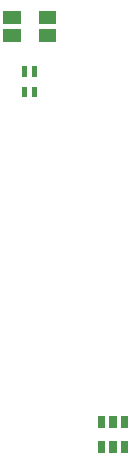
<source format=gbr>
G04 start of page 11 for group -4015 idx -4015 *
G04 Title: (unknown), toppaste *
G04 Creator: pcb 20110918 *
G04 CreationDate: Tue 28 Jun 2016 03:12:46 AM GMT UTC *
G04 For: railfan *
G04 Format: Gerber/RS-274X *
G04 PCB-Dimensions: 275000 250000 *
G04 PCB-Coordinate-Origin: lower left *
%MOIN*%
%FSLAX25Y25*%
%LNTOPPASTE*%
%ADD56R,0.0240X0.0240*%
%ADD55R,0.0430X0.0430*%
%ADD54R,0.0167X0.0167*%
G54D54*X135925Y128587D02*Y126717D01*
X139075Y128587D02*Y126717D01*
Y135283D02*Y133413D01*
X135925Y135283D02*Y133413D01*
G54D55*X130800Y152450D02*X132400D01*
X130800Y146550D02*X132400D01*
X142600Y152450D02*X144200D01*
X142600Y146550D02*X144200D01*
G54D56*X161350Y10100D02*Y8500D01*
X165250Y10100D02*Y8500D01*
X169150Y10100D02*Y8500D01*
Y18300D02*Y16700D01*
X165250Y18300D02*Y16700D01*
X161350Y18300D02*Y16700D01*
M02*

</source>
